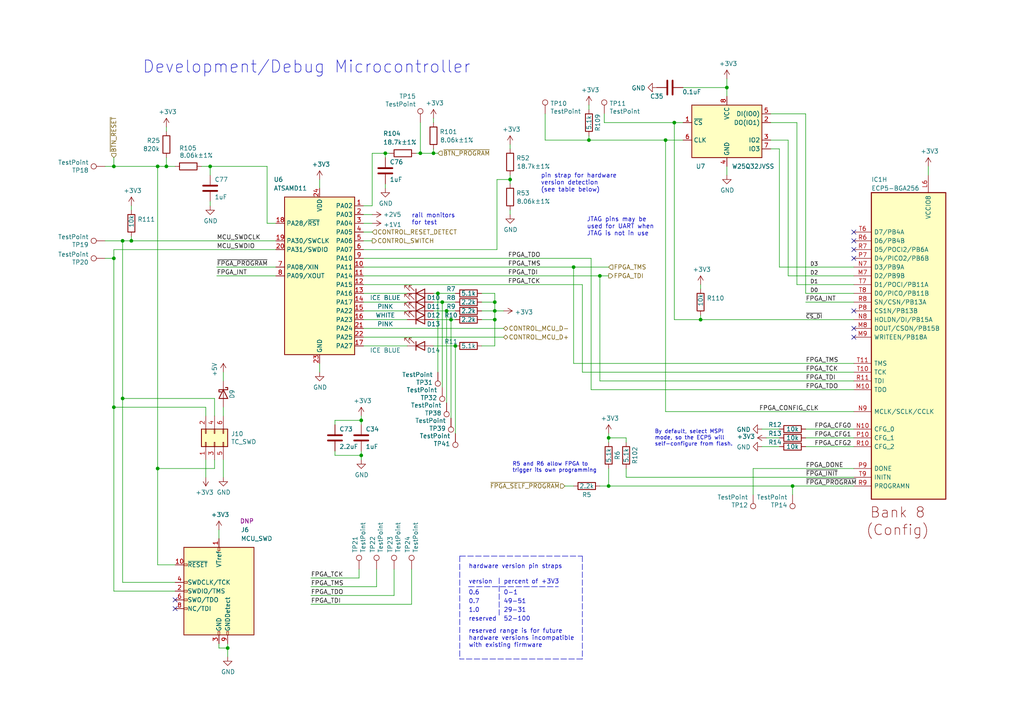
<source format=kicad_sch>
(kicad_sch (version 20211123) (generator eeschema)
  (paper "A4")
  (title_block (title "Cynthion") (date "${DATE}") (rev "${VERSION}") (company "Copyright 2019-2023 Great Scott Gadgets") (comment 1 "Licensed under the CERN-OHL-P v2"))
  (junction (at 48.26 48.26))
  (junction (at 166.37 77.47))
  (junction (at 129.54 90.17))
  (junction (at 203.2 92.71))
  (junction (at 35.56 69.85))
  (junction (at 130.81 92.71))
  (junction (at 193.04 40.64))
  (junction (at 35.56 115.57))
  (junction (at 229.87 140.97))
  (junction (at 104.775 132.08))
  (junction (at 33.02 48.26))
  (junction (at 125.73 44.45))
  (junction (at 195.58 35.56))
  (junction (at 147.955 52.07))
  (junction (at 128.27 87.63))
  (junction (at 33.02 118.11))
  (junction (at 210.82 25.4))
  (junction (at 60.96 48.26))
  (junction (at 143.51 87.63))
  (junction (at 127 85.09))
  (junction (at 111.76 44.45))
  (junction (at 143.51 90.17))
  (junction (at 38.1 69.85))
  (junction (at 176.53 140.97))
  (junction (at 132.08 100.33))
  (junction (at 173.99 80.01))
  (junction (at 170.815 40.64))
  (junction (at 104.775 121.92))
  (junction (at 143.51 92.71))
  (junction (at 33.02 74.93))
  (junction (at 176.53 127))
  (junction (at 121.92 44.45))
  (junction (at 66.04 187.96))
  (junction (at 45.72 48.26))
  (junction (at 45.72 135.89))
  (no_connect (at 247.65 90.17))
  (no_connect (at 247.65 67.31))
  (no_connect (at 247.65 74.93))
  (no_connect (at 247.65 95.25))
  (no_connect (at 247.65 69.85))
  (no_connect (at 247.65 97.79))
  (no_connect (at 50.8 173.99))
  (no_connect (at 50.8 176.53))
  (no_connect (at 247.65 72.39))
  (wire (pts (xy 247.65 140.97) (xy 229.87 140.97)))
  (wire (pts (xy 77.47 64.77) (xy 80.01 64.77)))
  (wire (pts (xy 203.2 82.55) (xy 203.2 83.82)))
  (wire (pts (xy 45.72 163.83) (xy 50.8 163.83)))
  (wire (pts (xy 105.41 87.63) (xy 118.11 87.63)))
  (wire (pts (xy 193.04 119.38) (xy 193.04 40.64)))
  (wire (pts (xy 203.2 91.44) (xy 203.2 92.71)))
  (wire (pts (xy 35.56 69.85) (xy 38.1 69.85)))
  (wire (pts (xy 233.68 124.46) (xy 247.65 124.46)))
  (wire (pts (xy 104.775 123.19) (xy 104.775 121.92)))
  (wire (pts (xy 166.37 77.47) (xy 176.53 77.47)))
  (wire (pts (xy 105.41 92.71) (xy 118.11 92.71)))
  (polyline (pts (xy 133.35 161.29) (xy 168.91 161.29)))
  (wire (pts (xy 66.04 187.96) (xy 66.04 190.5)))
  (wire (pts (xy 59.69 120.65) (xy 59.69 118.11)))
  (wire (pts (xy 125.73 44.45) (xy 125.73 43.18)))
  (wire (pts (xy 226.06 77.47) (xy 226.06 43.18)))
  (wire (pts (xy 233.68 85.09) (xy 247.65 85.09)))
  (wire (pts (xy 168.91 107.95) (xy 168.91 82.55)))
  (wire (pts (xy 97.155 121.92) (xy 97.155 123.19)))
  (polyline (pts (xy 133.35 161.29) (xy 133.35 191.135)))
  (wire (pts (xy 105.41 59.69) (xy 107.95 59.69)))
  (wire (pts (xy 210.82 48.26) (xy 210.82 50.8)))
  (wire (pts (xy 222.25 127) (xy 226.06 127)))
  (wire (pts (xy 269.24 50.8) (xy 269.24 48.26)))
  (wire (pts (xy 130.81 121.285) (xy 130.81 92.71)))
  (wire (pts (xy 173.99 80.01) (xy 176.53 80.01)))
  (wire (pts (xy 147.955 62.23) (xy 147.955 60.96)))
  (wire (pts (xy 64.77 107.95) (xy 64.77 110.49)))
  (wire (pts (xy 143.51 87.63) (xy 143.51 85.09)))
  (wire (pts (xy 121.92 44.45) (xy 125.73 44.45)))
  (wire (pts (xy 109.22 165.1) (xy 109.22 170.18)))
  (wire (pts (xy 223.52 40.64) (xy 228.6 40.64)))
  (wire (pts (xy 139.7 87.63) (xy 143.51 87.63)))
  (polyline (pts (xy 168.91 161.29) (xy 168.91 191.135)))
  (wire (pts (xy 97.155 130.81) (xy 97.155 132.08)))
  (wire (pts (xy 223.52 33.02) (xy 233.68 33.02)))
  (wire (pts (xy 247.65 135.89) (xy 218.44 135.89)))
  (wire (pts (xy 143.51 85.09) (xy 139.7 85.09)))
  (wire (pts (xy 220.98 129.54) (xy 226.06 129.54)))
  (wire (pts (xy 107.95 69.85) (xy 105.41 69.85)))
  (wire (pts (xy 193.04 40.64) (xy 198.12 40.64)))
  (wire (pts (xy 158.115 40.64) (xy 170.815 40.64)))
  (wire (pts (xy 107.95 64.77) (xy 105.41 64.77)))
  (wire (pts (xy 139.7 92.71) (xy 143.51 92.71)))
  (wire (pts (xy 129.54 116.84) (xy 129.54 90.17)))
  (wire (pts (xy 147.955 43.18) (xy 147.955 41.91)))
  (wire (pts (xy 92.71 52.07) (xy 92.71 54.61)))
  (wire (pts (xy 59.69 133.35) (xy 59.69 138.43)))
  (wire (pts (xy 247.65 119.38) (xy 193.04 119.38)))
  (wire (pts (xy 125.73 44.45) (xy 127 44.45)))
  (wire (pts (xy 210.82 22.86) (xy 210.82 25.4)))
  (wire (pts (xy 176.53 125.73) (xy 176.53 127)))
  (wire (pts (xy 195.58 92.71) (xy 195.58 35.56)))
  (wire (pts (xy 62.23 120.65) (xy 62.23 115.57)))
  (wire (pts (xy 62.865 77.47) (xy 80.01 77.47)))
  (wire (pts (xy 173.99 140.97) (xy 176.53 140.97)))
  (wire (pts (xy 171.45 74.93) (xy 171.45 113.03)))
  (wire (pts (xy 105.41 62.23) (xy 107.95 62.23)))
  (wire (pts (xy 45.72 135.89) (xy 45.72 163.83)))
  (wire (pts (xy 143.51 92.71) (xy 143.51 90.17)))
  (wire (pts (xy 45.72 48.26) (xy 45.72 135.89)))
  (wire (pts (xy 104.775 132.08) (xy 104.775 130.81)))
  (wire (pts (xy 111.76 45.72) (xy 111.76 44.45)))
  (wire (pts (xy 77.47 48.26) (xy 77.47 64.77)))
  (wire (pts (xy 66.04 186.69) (xy 66.04 187.96)))
  (wire (pts (xy 163.83 140.97) (xy 166.37 140.97)))
  (wire (pts (xy 210.82 27.94) (xy 210.82 25.4)))
  (wire (pts (xy 48.26 45.72) (xy 48.26 48.26)))
  (wire (pts (xy 173.99 110.49) (xy 247.65 110.49)))
  (wire (pts (xy 33.02 72.39) (xy 33.02 74.93)))
  (wire (pts (xy 105.41 85.09) (xy 118.11 85.09)))
  (wire (pts (xy 104.14 167.64) (xy 90.17 167.64)))
  (wire (pts (xy 144.145 72.39) (xy 105.41 72.39)))
  (wire (pts (xy 105.41 90.17) (xy 118.11 90.17)))
  (wire (pts (xy 38.1 69.85) (xy 80.01 69.85)))
  (wire (pts (xy 195.58 35.56) (xy 175.26 35.56)))
  (wire (pts (xy 59.69 118.11) (xy 33.02 118.11)))
  (polyline (pts (xy 135.89 170.18) (xy 161.925 170.18)))
  (wire (pts (xy 125.73 34.29) (xy 125.73 35.56)))
  (wire (pts (xy 173.99 80.01) (xy 105.41 80.01)))
  (polyline (pts (xy 168.91 191.135) (xy 133.35 191.135)))
  (wire (pts (xy 247.65 92.71) (xy 203.2 92.71)))
  (wire (pts (xy 105.41 82.55) (xy 168.91 82.55)))
  (wire (pts (xy 128.27 87.63) (xy 125.73 87.63)))
  (wire (pts (xy 119.38 165.1) (xy 119.38 175.26)))
  (wire (pts (xy 198.12 25.4) (xy 210.82 25.4)))
  (wire (pts (xy 132.08 125.73) (xy 132.08 100.33)))
  (wire (pts (xy 111.76 44.45) (xy 107.95 44.45)))
  (wire (pts (xy 121.92 35.56) (xy 121.92 44.45)))
  (wire (pts (xy 176.53 140.97) (xy 176.53 135.89)))
  (wire (pts (xy 63.5 153.67) (xy 63.5 156.21)))
  (wire (pts (xy 146.05 95.25) (xy 105.41 95.25)))
  (wire (pts (xy 143.51 90.17) (xy 139.7 90.17)))
  (wire (pts (xy 181.61 135.89) (xy 181.61 138.43)))
  (wire (pts (xy 107.95 44.45) (xy 107.95 59.69)))
  (wire (pts (xy 30.48 69.85) (xy 35.56 69.85)))
  (wire (pts (xy 92.71 105.41) (xy 92.71 107.95)))
  (wire (pts (xy 173.99 80.01) (xy 173.99 110.49)))
  (wire (pts (xy 30.48 48.26) (xy 33.02 48.26)))
  (wire (pts (xy 104.775 133.35) (xy 104.775 132.08)))
  (wire (pts (xy 175.26 35.56) (xy 175.26 33.02)))
  (wire (pts (xy 119.38 175.26) (xy 90.17 175.26)))
  (wire (pts (xy 220.98 124.46) (xy 226.06 124.46)))
  (wire (pts (xy 170.815 40.64) (xy 193.04 40.64)))
  (wire (pts (xy 105.41 97.79) (xy 146.05 97.79)))
  (wire (pts (xy 228.6 80.01) (xy 247.65 80.01)))
  (wire (pts (xy 147.955 52.07) (xy 147.955 50.8)))
  (wire (pts (xy 233.68 127) (xy 247.65 127)))
  (wire (pts (xy 128.27 112.395) (xy 128.27 87.63)))
  (wire (pts (xy 62.23 135.89) (xy 45.72 135.89)))
  (wire (pts (xy 64.77 120.65) (xy 64.77 118.11)))
  (wire (pts (xy 104.775 121.92) (xy 104.775 120.65)))
  (wire (pts (xy 132.08 87.63) (xy 128.27 87.63)))
  (wire (pts (xy 176.53 127) (xy 176.53 128.27)))
  (wire (pts (xy 127 85.09) (xy 132.08 85.09)))
  (wire (pts (xy 143.51 90.17) (xy 143.51 87.63)))
  (wire (pts (xy 247.65 138.43) (xy 181.61 138.43)))
  (wire (pts (xy 147.955 53.34) (xy 147.955 52.07)))
  (wire (pts (xy 181.61 127) (xy 181.61 128.27)))
  (wire (pts (xy 109.22 170.18) (xy 90.17 170.18)))
  (wire (pts (xy 247.65 77.47) (xy 226.06 77.47)))
  (wire (pts (xy 127 107.95) (xy 127 85.09)))
  (wire (pts (xy 146.05 90.17) (xy 143.51 90.17)))
  (wire (pts (xy 233.68 33.02) (xy 233.68 85.09)))
  (wire (pts (xy 231.14 35.56) (xy 223.52 35.56)))
  (wire (pts (xy 60.96 59.69) (xy 60.96 58.42)))
  (wire (pts (xy 233.68 129.54) (xy 247.65 129.54)))
  (wire (pts (xy 132.08 90.17) (xy 129.54 90.17)))
  (wire (pts (xy 170.815 39.37) (xy 170.815 40.64)))
  (wire (pts (xy 63.5 186.69) (xy 63.5 187.96)))
  (wire (pts (xy 176.53 127) (xy 181.61 127)))
  (wire (pts (xy 63.5 187.96) (xy 66.04 187.96)))
  (wire (pts (xy 58.42 48.26) (xy 60.96 48.26)))
  (wire (pts (xy 62.865 80.01) (xy 80.01 80.01)))
  (wire (pts (xy 144.145 52.07) (xy 144.145 72.39)))
  (wire (pts (xy 33.02 171.45) (xy 50.8 171.45)))
  (wire (pts (xy 247.65 82.55) (xy 231.14 82.55)))
  (wire (pts (xy 229.87 140.97) (xy 229.87 143.51)))
  (wire (pts (xy 195.58 35.56) (xy 198.12 35.56)))
  (wire (pts (xy 38.1 60.96) (xy 38.1 59.69)))
  (wire (pts (xy 125.73 92.71) (xy 130.81 92.71)))
  (wire (pts (xy 166.37 105.41) (xy 247.65 105.41)))
  (wire (pts (xy 35.56 115.57) (xy 35.56 168.91)))
  (wire (pts (xy 247.65 87.63) (xy 233.68 87.63)))
  (wire (pts (xy 38.1 69.85) (xy 38.1 68.58)))
  (wire (pts (xy 143.51 100.33) (xy 143.51 92.71)))
  (wire (pts (xy 48.26 36.83) (xy 48.26 38.1)))
  (wire (pts (xy 231.14 82.55) (xy 231.14 35.56)))
  (wire (pts (xy 105.41 74.93) (xy 171.45 74.93)))
  (wire (pts (xy 33.02 74.93) (xy 33.02 118.11)))
  (wire (pts (xy 64.77 133.35) (xy 64.77 138.43)))
  (wire (pts (xy 33.02 45.72) (xy 33.02 48.26)))
  (wire (pts (xy 107.95 67.31) (xy 105.41 67.31)))
  (wire (pts (xy 170.815 30.48) (xy 170.815 31.75)))
  (wire (pts (xy 147.955 52.07) (xy 144.145 52.07)))
  (polyline (pts (xy 144.78 167.64) (xy 144.78 178.435)))
  (wire (pts (xy 158.115 33.02) (xy 158.115 40.64)))
  (wire (pts (xy 62.23 133.35) (xy 62.23 135.89)))
  (wire (pts (xy 35.56 69.85) (xy 35.56 115.57)))
  (wire (pts (xy 114.3 165.1) (xy 114.3 172.72)))
  (wire (pts (xy 111.76 54.61) (xy 111.76 53.34)))
  (wire (pts (xy 30.48 74.93) (xy 33.02 74.93)))
  (wire (pts (xy 105.41 77.47) (xy 166.37 77.47)))
  (wire (pts (xy 166.37 77.47) (xy 166.37 105.41)))
  (wire (pts (xy 33.02 118.11) (xy 33.02 171.45)))
  (wire (pts (xy 130.81 92.71) (xy 132.08 92.71)))
  (wire (pts (xy 114.3 172.72) (xy 90.17 172.72)))
  (wire (pts (xy 228.6 40.64) (xy 228.6 80.01)))
  (wire (pts (xy 33.02 72.39) (xy 80.01 72.39)))
  (wire (pts (xy 104.14 165.1) (xy 104.14 167.64)))
  (wire (pts (xy 218.44 135.89) (xy 218.44 143.51)))
  (wire (pts (xy 125.73 100.33) (xy 132.08 100.33)))
  (wire (pts (xy 125.73 85.09) (xy 127 85.09)))
  (wire (pts (xy 203.2 92.71) (xy 195.58 92.71)))
  (wire (pts (xy 139.7 100.33) (xy 143.51 100.33)))
  (wire (pts (xy 45.72 48.26) (xy 48.26 48.26)))
  (wire (pts (xy 129.54 90.17) (xy 125.73 90.17)))
  (wire (pts (xy 226.06 43.18) (xy 223.52 43.18)))
  (wire (pts (xy 104.775 121.92) (xy 97.155 121.92)))
  (wire (pts (xy 62.23 115.57) (xy 35.56 115.57)))
  (wire (pts (xy 33.02 48.26) (xy 45.72 48.26)))
  (wire (pts (xy 60.96 50.8) (xy 60.96 48.26)))
  (wire (pts (xy 120.65 44.45) (xy 121.92 44.45)))
  (wire (pts (xy 97.155 132.08) (xy 104.775 132.08)))
  (wire (pts (xy 60.96 48.26) (xy 77.47 48.26)))
  (wire (pts (xy 229.87 140.97) (xy 176.53 140.97)))
  (wire (pts (xy 168.91 107.95) (xy 247.65 107.95)))
  (wire (pts (xy 113.03 44.45) (xy 111.76 44.45)))
  (wire (pts (xy 35.56 168.91) (xy 50.8 168.91)))
  (wire (pts (xy 171.45 113.03) (xy 247.65 113.03)))
  (wire (pts (xy 50.8 48.26) (xy 48.26 48.26)))
  (wire (pts (xy 105.41 100.33) (xy 118.11 100.33)))
  (text "Development/Debug Microcontroller" (at 41.275 21.59 0) (effects (font (size 3.5052 3.5052)) (justify left bottom)))
  (text "reserved" (at 135.89 180.34 0) (effects (font (size 1.27 1.27)) (justify left bottom)))
  (text "By default, select MSPI \nmode, so the ECP5 will \nself-configure from flash." (at 189.865 129.54 0) (effects (font (size 1.1176 1.1176)) (justify left bottom)))
  (text "52-100" (at 146.05 180.34 0) (effects (font (size 1.27 1.27)) (justify left bottom)))
  (text "version" (at 135.89 169.545 0) (effects (font (size 1.27 1.27)) (justify left bottom)))
  (text "percent of +3V3" (at 146.05 169.545 0) (effects (font (size 1.27 1.27)) (justify left bottom)))
  (text "1.0" (at 135.89 177.8 0) (effects (font (size 1.27 1.27)) (justify left bottom)))
  (text "JTAG pins may be\nused for UART when\nJTAG is not in use" (at 170.18 68.58 0) (effects (font (size 1.27 1.27)) (justify left bottom)))
  (text "0.6" (at 135.89 172.72 0) (effects (font (size 1.27 1.27)) (justify left bottom)))
  (text "0-1" (at 146.05 172.72 0) (effects (font (size 1.27 1.27)) (justify left bottom)))
  (text "29-31" (at 146.05 177.8 0) (effects (font (size 1.27 1.27)) (justify left bottom)))
  (text "rail monitors\nfor test" (at 119.38 65.405 0) (effects (font (size 1.27 1.27)) (justify left bottom)))
  (text "pin strap for hardware\nversion detection\n(see table below)" (at 156.845 55.88 0) (effects (font (size 1.27 1.27)) (justify left bottom)))
  (text "49-51" (at 146.05 175.26 0) (effects (font (size 1.27 1.27)) (justify left bottom)))
  (text "0.7" (at 135.89 175.26 0) (effects (font (size 1.27 1.27)) (justify left bottom)))
  (text "R5 and R6 allow FPGA to\ntrigger its own programming" (at 148.59 137.16 0) (effects (font (size 1.1176 1.1176)) (justify left bottom)))
  (text "reserved range is for future\nhardware versions incompatible\nwith existing firmware" (at 135.89 187.96 0) (effects (font (size 1.27 1.27)) (justify left bottom)))
  (text "hardware version pin straps" (at 135.89 165.1 0) (effects (font (size 1.27 1.27)) (justify left bottom)))
  (label "FPGA_TMS" (at 233.68 105.41 0))
  (label "D1" (at 234.95 82.55 0) (effects (font (size 1.1176 1.1176))))
  (label "~{FPGA_INIT}" (at 233.68 138.43 0))
  (label "FPGA_TMS" (at 147.32 77.47 0))
  (label "D0" (at 234.95 85.09 0) (effects (font (size 1.1176 1.1176))))
  (label "D3" (at 234.95 77.47 0) (effects (font (size 1.1176 1.1176))))
  (label "FPGA_TDI" (at 90.17 175.26 0))
  (label "FPGA_TDI" (at 147.32 80.01 0))
  (label "FPGA_TDO" (at 147.32 74.93 0))
  (label "MCU_SWDCLK" (at 62.865 69.85 0))
  (label "FPGA_INT" (at 233.68 87.63 0))
  (label "D2" (at 234.95 80.01 0) (effects (font (size 1.1176 1.1176))))
  (label "FPGA_DONE" (at 233.68 135.89 0))
  (label "FPGA_TDO" (at 233.68 113.03 0))
  (label "MCU_SWDIO" (at 62.865 72.39 0))
  (label "~{FPGA_PROGRAM}" (at 233.68 140.97 0))
  (label "FPGA_TDO" (at 90.17 172.72 0))
  (label "FPGA_CFG1" (at 236.22 127 0))
  (label "FPGA_TMS" (at 90.17 170.18 0))
  (label "FPGA_TDI" (at 233.68 110.49 0))
  (label "FPGA_TCK" (at 90.17 167.64 0))
  (label "FPGA_CONFIG_CLK" (at 237.49 119.38 180))
  (label "FPGA_TCK" (at 233.68 107.95 0))
  (label "FPGA_INT" (at 62.865 80.01 0))
  (label "~{FPGA_PROGRAM}" (at 62.865 77.47 0))
  (label "FPGA_CFG0" (at 236.22 124.46 0))
  (label "~{CS_DI}" (at 233.68 92.71 0) (effects (font (size 1.1176 1.1176))))
  (label "FPGA_CFG2" (at 236.22 129.54 0))
  (label "FPGA_TCK" (at 147.32 82.55 0))
  (hierarchical_label "~{BTN_PROGRAM}" (shape input) (at 127 44.45 0))
  (hierarchical_label "~{BTN_RESET}" (shape input) (at 33.02 45.72 90))
  (hierarchical_label "CONTROL_MCU_D+" (shape bidirectional) (at 146.05 97.79 0))
  (hierarchical_label "~{FPGA_SELF_PROGRAM}" (shape input) (at 163.83 140.97 180))
  (hierarchical_label "FPGA_TMS" (shape input) (at 176.53 77.47 0))
  (hierarchical_label "CONTROL_MCU_D-" (shape bidirectional) (at 146.05 95.25 0))
  (hierarchical_label "FPGA_TDI" (shape output) (at 176.53 80.01 0))
  (hierarchical_label "CONTROL_SWITCH" (shape output) (at 107.95 69.85 0))
  (hierarchical_label "CONTROL_RESET_DETECT" (shape input) (at 107.95 67.31 0))
  (symbol (lib_id "Connector:Conn_ARM_JTAG_SWD_10") (at 63.5 171.45 0) (mirror y) (unit 1)
    (property "Reference" "J6" (at 69.85 153.67 0) (effects (justify right)))
    (property "Value" "MCU_SWD" (at 69.85 156.21 0) (effects (justify right)))
    (property "Footprint" "luna:SWD_CONNECTOR_LARGE_BOX" (effects hide))
    (property "Datasheet" "http://infocenter.arm.com/help/topic/com.arm.doc.ddi0314h/DDI0314H_coresight_components_trm.pdf" (effects hide))
    (property "Description" "CONN HEADER VERT 10POS 1.27MM" (effects hide))
    (property "Manufacturer" "Samtec" (effects hide))
    (property "Part Number" "FTSH-105-01-F-D-K" (effects hide))
    (property "DNP" "DNP" (at 73.66 151.13 0) (effects (justify left)))
  )
  (symbol (lib_id "power:GND") (at 66.04 190.5 0) (unit 1)
    (property "Reference" "#PWR049" (effects hide))
    (property "Value" "GND" (at 66.1416 194.8688 0))
  )
  (symbol (lib_id "power:+3V3") (at 63.5 153.67 0) (unit 1)
    (property "Reference" "#PWR048" (effects hide))
    (property "Value" "+3V3" (at 63.8556 149.2758 0))
  )
  (symbol (lib_id "Device:LED") (at 121.92 85.09 0) (mirror x) (unit 1)
    (property "Reference" "D10" (at 125.73 86.36 0))
    (property "Value" "ICE BLUE" (at 111.76 86.36 0))
    (property "Footprint" "LED_SMD:LED_0603_1608Metric" (effects hide))
    (property "Part Number" "MHT192WDT-ICE" (effects hide))
    (property "Manufacturer" "MEIHUA" (effects hide))
    (property "Description" "LED SMD 0603 ICE BLUE" (effects hide))
  )
  (symbol (lib_id "Device:LED") (at 121.92 87.63 0) (mirror x) (unit 1)
    (property "Reference" "D11" (at 125.73 88.9 0))
    (property "Value" "PINK" (at 111.76 88.9 0))
    (property "Footprint" "LED_SMD:LED_0603_1608Metric" (effects hide))
    (property "Part Number" "OSK40603C1E" (effects hide))
    (property "Manufacturer" "OptoSupply" (effects hide))
    (property "Description" "LED SMD 0603 PINK" (effects hide))
  )
  (symbol (lib_id "Device:LED") (at 121.92 90.17 0) (mirror x) (unit 1)
    (property "Reference" "D12" (at 125.73 91.44 0))
    (property "Value" "WHITE" (at 111.76 91.44 0))
    (property "Footprint" "LED_SMD:LED_0603_1608Metric" (effects hide))
    (property "Part Number" "ORH-W46G" (effects hide))
    (property "Manufacturer" "Orient" (effects hide))
    (property "Description" "LED SMD 0603 WHITE" (effects hide))
  )
  (symbol (lib_id "Device:LED") (at 121.92 92.71 0) (mirror x) (unit 1)
    (property "Reference" "D13" (at 125.73 93.98 0))
    (property "Value" "PINK" (at 111.76 93.98 0))
    (property "Footprint" "LED_SMD:LED_0603_1608Metric" (effects hide))
    (property "Part Number" "OSK40603C1E" (effects hide))
    (property "Manufacturer" "OptoSupply" (effects hide))
    (property "Description" "LED SMD 0603 PINK" (effects hide))
  )
  (symbol (lib_id "Device:LED") (at 121.92 100.33 0) (mirror x) (unit 1)
    (property "Reference" "D14" (at 125.73 101.6 0))
    (property "Value" "ICE BLUE" (at 111.76 101.6 0))
    (property "Footprint" "LED_SMD:LED_0603_1608Metric" (effects hide))
    (property "Part Number" "MHT192WDT-ICE" (effects hide))
    (property "Manufacturer" "MEIHUA" (effects hide))
    (property "Description" "LED SMD 0603 ICE BLUE" (effects hide))
  )
  (symbol (lib_id "power:+3V3") (at 146.05 90.17 270) (unit 1)
    (property "Reference" "#PWR047" (effects hide))
    (property "Value" "+3V3" (at 149.3012 90.5256 90) (effects (justify left)))
  )
  (symbol (lib_id "power:+1V1") (at 107.95 64.77 270) (unit 1)
    (property "Reference" "#PWR040" (effects hide))
    (property "Value" "+1V1" (at 111.2012 65.151 90) (effects (justify left)))
  )
  (symbol (lib_id "power:+2V5") (at 107.95 62.23 270) (unit 1)
    (property "Reference" "#PWR046" (effects hide))
    (property "Value" "+2V5" (at 111.125 62.23 90) (effects (justify left)))
  )
  (symbol (lib_id "fpgas_and_processors:ECP5-BGA256") (at 274.32 55.88 0) (mirror y) (unit 8)
    (property "Reference" "IC1" (at 252.73 52.07 0) (effects (justify right)))
    (property "Value" "ECP5-BGA256" (at 252.73 54.61 0) (effects (justify right)))
    (property "Footprint" "luna:lattice_cabga256" (effects hide))
    (property "Description" "FPGA - Field Programmable Gate Array ECP5; 12k LUTs; 1.1V" (effects hide))
    (property "Manufacturer" "Lattice" (effects hide))
    (property "Part Number" "LFE5U-12F-6BG256C" (effects hide))
    (property "Substitution" "LFE5U-12F-*BG256*, LFE5U-25F-*BG256*" (effects hide))
  )
  (symbol (lib_id "power:+3V3") (at 269.24 48.26 0) (unit 1)
    (property "Reference" "#PWR056" (effects hide))
    (property "Value" "+3V3" (at 269.621 43.8658 0))
  )
  (symbol (lib_id "Device:C") (at 104.775 127 0) (unit 1)
    (property "Reference" "C34" (at 106.045 124.46 0) (effects (justify left)))
    (property "Value" "1uF" (at 106.045 129.54 0) (effects (justify left)))
    (property "Footprint" "Capacitor_SMD:C_0402_1005Metric" (effects hide))
    (property "Part Number" "CL05A105MQ5NNNC" (effects hide))
    (property "Substitution" "CL05A105KQ5NNNC, CL05A105KP5NNNC, CL05A105KO5NNNC" (effects hide))
    (property "Description" "CAP CER 1UF 6.3V X5R 0402 20%" (effects hide))
    (property "Manufacturer" "Samsung" (effects hide))
  )
  (symbol (lib_id "power:GND") (at 104.775 133.35 0) (unit 1)
    (property "Reference" "#PWR041" (effects hide))
    (property "Value" "GND" (at 104.902 137.7442 0))
  )
  (symbol (lib_id "power:+3V3") (at 104.775 120.65 0) (unit 1)
    (property "Reference" "#PWR045" (effects hide))
    (property "Value" "+3V3" (at 105.156 116.2558 0))
  )
  (symbol (lib_id "power:GND") (at 92.71 107.95 0) (unit 1)
    (property "Reference" "#PWR044" (effects hide))
    (property "Value" "GND" (at 92.837 112.3442 0))
  )
  (symbol (lib_id "Memory_Flash:W25Q32JVSS") (at 210.82 38.1 0) (unit 1)
    (property "Reference" "U7" (at 203.2 48.26 0))
    (property "Value" "W25Q32JVSS" (at 218.44 48.26 0))
    (property "Footprint" "Package_SO:SOIC-8_5.23x5.23mm_P1.27mm" (effects hide))
    (property "Datasheet" "http://www.winbond.com/resource-files/w25q32jv%20revg%2003272018%20plus.pdf" (effects hide))
    (property "Description" "IC FLASH 32M SPI 133MHZ 8SOIC" (effects hide))
    (property "Manufacturer" "Winbond" (effects hide))
    (property "Part Number" "W25Q32JVSSIQ" (effects hide))
  )
  (symbol (lib_id "power:+3V3") (at 210.82 22.86 0) (unit 1)
    (property "Reference" "#PWR051" (effects hide))
    (property "Value" "+3V3" (at 211.201 18.4658 0))
  )
  (symbol (lib_id "power:GND") (at 210.82 50.8 0) (unit 1)
    (property "Reference" "#PWR052" (effects hide))
    (property "Value" "GND" (at 210.947 55.1942 0))
  )
  (symbol (lib_id "Device:C") (at 194.31 25.4 270) (unit 1)
    (property "Reference" "C35" (at 190.5 27.94 90))
    (property "Value" "0.1uF" (at 200.66 26.67 90))
    (property "Footprint" "Capacitor_SMD:C_0402_1005Metric" (effects hide))
    (property "Part Number" "CL05A104KA5NNNC" (effects hide))
    (property "Substitution" "any equivalent" (effects hide))
    (property "Description" "CAP CER 0.1UF 25V X5R 0402" (effects hide))
    (property "Manufacturer" "Samsung" (effects hide))
  )
  (symbol (lib_id "power:GND") (at 190.5 25.4 270) (unit 1)
    (property "Reference" "#PWR050" (effects hide))
    (property "Value" "GND" (at 187.2488 25.527 90) (effects (justify right)))
  )
  (symbol (lib_id "Device:R") (at 229.87 124.46 270) (unit 1)
    (property "Reference" "R12" (at 224.79 123.19 90))
    (property "Value" "10k" (at 229.87 124.46 90))
    (property "Footprint" "Resistor_SMD:R_0402_1005Metric" (effects hide))
    (property "Part Number" "RC0402JR-0710KL" (effects hide))
    (property "Substitution" "any equivalent" (effects hide))
    (property "Description" "RES 10K OHM 5% 1/16W 0402" (effects hide))
    (property "Manufacturer" "Yageo" (effects hide))
  )
  (symbol (lib_id "Device:R") (at 229.87 127 270) (unit 1)
    (property "Reference" "R13" (at 224.79 125.73 90))
    (property "Value" "10k" (at 229.87 127 90))
    (property "Footprint" "Resistor_SMD:R_0402_1005Metric" (effects hide))
    (property "Part Number" "RC0402JR-0710KL" (effects hide))
    (property "Substitution" "any equivalent" (effects hide))
    (property "Description" "RES 10K OHM 5% 1/16W 0402" (effects hide))
    (property "Manufacturer" "Yageo" (effects hide))
  )
  (symbol (lib_id "Device:R") (at 229.87 129.54 270) (unit 1)
    (property "Reference" "R14" (at 224.79 128.27 90))
    (property "Value" "10k" (at 229.87 129.54 90))
    (property "Footprint" "Resistor_SMD:R_0402_1005Metric" (effects hide))
    (property "Part Number" "RC0402JR-0710KL" (effects hide))
    (property "Substitution" "any equivalent" (effects hide))
    (property "Description" "RES 10K OHM 5% 1/16W 0402" (effects hide))
    (property "Manufacturer" "Yageo" (effects hide))
  )
  (symbol (lib_id "power:+3V3") (at 222.25 127 90) (unit 1)
    (property "Reference" "#PWR055" (effects hide))
    (property "Value" "+3V3" (at 218.9988 126.619 90) (effects (justify left)))
  )
  (symbol (lib_id "power:GND") (at 220.98 124.46 270) (unit 1)
    (property "Reference" "#PWR053" (effects hide))
    (property "Value" "GND" (at 217.7288 124.587 90) (effects (justify right)))
  )
  (symbol (lib_id "power:GND") (at 220.98 129.54 270) (unit 1)
    (property "Reference" "#PWR054" (effects hide))
    (property "Value" "GND" (at 217.7288 129.667 90) (effects (justify right)))
  )
  (symbol (lib_id "Device:R") (at 48.26 41.91 0) (mirror y) (unit 1)
    (property "Reference" "R25" (at 46.482 40.767 0) (effects (justify left)))
    (property "Value" "820k" (at 46.355 43.18 0) (effects (justify left)))
    (property "Footprint" "Resistor_SMD:R_0402_1005Metric" (effects hide))
    (property "Part Number" "RC0402JR-07820KL" (effects hide))
    (property "Substitution" "any equivalent" (effects hide))
    (property "Description" "RES 820K OHM 5% 1/16W 0402" (effects hide))
    (property "Manufacturer" "Yageo" (effects hide))
  )
  (symbol (lib_id "power:+3V3") (at 48.26 36.83 0) (unit 1)
    (property "Reference" "#PWR0103" (effects hide))
    (property "Value" "+3V3" (at 48.6156 32.4358 0))
  )
  (symbol (lib_id "MCU_Microchip_SAMD:ATSAMD11D14A-M") (at 92.71 80.01 0) (unit 1)
    (property "Reference" "U6" (at 79.375 52.07 0) (effects (justify left)))
    (property "Value" "ATSAMD11" (at 79.375 54.61 0) (effects (justify left)))
    (property "Footprint" "Package_DFN_QFN:QFN-24-1EP_4x4mm_P0.5mm_EP2.6x2.6mm" (effects hide))
    (property "Datasheet" "http://ww1.microchip.com/downloads/en/DeviceDoc/Atmel-42363-SAM-D11_Datasheet.pdf" (effects hide))
    (property "Description" "IC MCU 32BIT 16KB FLASH 24QFN" (effects hide))
    (property "Manufacturer" "Microchip" (effects hide))
    (property "Part Number" "ATSAMD11D14A-MUT" (effects hide))
    (property "Substitution" "ATSAMD11D14A-MNT" (effects hide))
  )
  (symbol (lib_id "power:+3V3") (at 92.71 52.07 0) (unit 1)
    (property "Reference" "#PWR0112" (effects hide))
    (property "Value" "+3V3" (at 93.091 47.6758 0))
  )
  (symbol (lib_id "power:+3V3") (at 176.53 125.73 0) (unit 1)
    (property "Reference" "#PWR02" (effects hide))
    (property "Value" "+3V3" (at 176.8856 121.3358 0))
  )
  (symbol (lib_id "Device:R") (at 176.53 132.08 0) (unit 1)
    (property "Reference" "R6" (at 179.07 132.08 90))
    (property "Value" "5.1k" (at 176.53 132.08 90))
    (property "Footprint" "Resistor_SMD:R_0402_1005Metric" (effects hide))
    (property "Part Number" "RC0402JR-075K1L" (effects hide))
    (property "Substitution" "any equivalent" (effects hide))
    (property "Description" "RES 5.1K OHM 5% 1/16W 0402" (effects hide))
    (property "Manufacturer" "Yageo" (effects hide))
  )
  (symbol (lib_id "Device:R") (at 170.18 140.97 270) (unit 1)
    (property "Reference" "R5" (at 170.18 143.51 90))
    (property "Value" "2.2k" (at 170.18 140.97 90))
    (property "Footprint" "Resistor_SMD:R_0402_1005Metric" (effects hide))
    (property "Part Number" "RC0402JR-072K2L" (effects hide))
    (property "Substitution" "any equivalent" (effects hide))
    (property "Description" "RES 2.2K OHM 5% 1/16W 0402" (effects hide))
    (property "Manufacturer" "Yageo" (effects hide))
  )
  (symbol (lib_id "Device:R") (at 135.89 87.63 270) (unit 1)
    (property "Reference" "R8" (at 130.81 86.36 90))
    (property "Value" "2.2k" (at 135.89 87.63 90))
    (property "Footprint" "Resistor_SMD:R_0402_1005Metric" (effects hide))
    (property "Part Number" "RC0402JR-072K2L" (effects hide))
    (property "Substitution" "any equivalent" (effects hide))
    (property "Description" "RES 2.2K OHM 5% 1/16W 0402" (effects hide))
    (property "Manufacturer" "Yageo" (effects hide))
  )
  (symbol (lib_id "Device:R") (at 135.89 90.17 270) (unit 1)
    (property "Reference" "R9" (at 130.81 88.9 90))
    (property "Value" "2.2k" (at 135.89 90.17 90))
    (property "Footprint" "Resistor_SMD:R_0402_1005Metric" (effects hide))
    (property "Part Number" "RC0402JR-072K2L" (effects hide))
    (property "Substitution" "any equivalent" (effects hide))
    (property "Description" "RES 2.2K OHM 5% 1/16W 0402" (effects hide))
    (property "Manufacturer" "Yageo" (effects hide))
  )
  (symbol (lib_id "Device:R") (at 135.89 92.71 270) (unit 1)
    (property "Reference" "R10" (at 130.81 91.44 90))
    (property "Value" "2.2k" (at 135.89 92.71 90))
    (property "Footprint" "Resistor_SMD:R_0402_1005Metric" (effects hide))
    (property "Part Number" "RC0402JR-072K2L" (effects hide))
    (property "Substitution" "any equivalent" (effects hide))
    (property "Description" "RES 2.2K OHM 5% 1/16W 0402" (effects hide))
    (property "Manufacturer" "Yageo" (effects hide))
  )
  (symbol (lib_id "Device:R") (at 135.89 85.09 270) (mirror x) (unit 1)
    (property "Reference" "R7" (at 130.81 83.82 90))
    (property "Value" "5.1k" (at 135.89 85.09 90))
    (property "Footprint" "Resistor_SMD:R_0402_1005Metric" (effects hide))
    (property "Part Number" "RC0402JR-075K1L" (effects hide))
    (property "Substitution" "any equivalent" (effects hide))
    (property "Description" "RES 5.1K OHM 5% 1/16W 0402" (effects hide))
    (property "Manufacturer" "Yageo" (effects hide))
  )
  (symbol (lib_id "Connector:TestPoint") (at 175.26 33.02 0) (unit 1) (in_bom no)
    (property "Reference" "TP11" (at 176.7332 30.0228 0) (effects (justify left)))
    (property "Value" "TestPoint" (at 176.7332 32.3088 0) (effects (justify left)))
    (property "Footprint" "TestPoint:TestPoint_Pad_D1.0mm" (effects hide))
  )
  (symbol (lib_id "Connector:TestPoint") (at 158.115 33.02 0) (unit 1) (in_bom no)
    (property "Reference" "TP10" (at 159.5882 30.0228 0) (effects (justify left)))
    (property "Value" "TestPoint" (at 159.5882 32.3088 0) (effects (justify left)))
    (property "Footprint" "TestPoint:TestPoint_Pad_D1.0mm" (effects hide))
  )
  (symbol (lib_id "Device:R") (at 135.89 100.33 270) (mirror x) (unit 1)
    (property "Reference" "R11" (at 130.81 99.06 90))
    (property "Value" "5.1k" (at 135.89 100.33 90))
    (property "Footprint" "Resistor_SMD:R_0402_1005Metric" (effects hide))
    (property "Part Number" "RC0402JR-075K1L" (effects hide))
    (property "Substitution" "any equivalent" (effects hide))
    (property "Description" "RES 5.1K OHM 5% 1/16W 0402" (effects hide))
    (property "Manufacturer" "Yageo" (effects hide))
  )
  (symbol (lib_id "Connector:TestPoint") (at 229.87 143.51 180) (unit 1) (in_bom no)
    (property "Reference" "TP14" (at 228.3968 146.5072 0) (effects (justify left)))
    (property "Value" "TestPoint" (at 228.3968 144.2212 0) (effects (justify left)))
    (property "Footprint" "TestPoint:TestPoint_Pad_D1.0mm" (effects hide))
  )
  (symbol (lib_id "Connector:TestPoint") (at 218.44 143.51 180) (unit 1) (in_bom no)
    (property "Reference" "TP12" (at 216.9668 146.5072 0) (effects (justify left)))
    (property "Value" "TestPoint" (at 216.9668 144.2212 0) (effects (justify left)))
    (property "Footprint" "TestPoint:TestPoint_Pad_D1.0mm" (effects hide))
  )
  (symbol (lib_id "Connector_Generic:Conn_02x03_Odd_Even") (at 62.23 128.27 90) (unit 1) (in_bom no)
    (property "Reference" "J10" (at 67.0052 125.8316 90) (effects (justify right)))
    (property "Value" "TC_SWD" (at 67.0052 128.143 90) (effects (justify right)))
    (property "Footprint" "Connector:Tag-Connect_TC2030-IDC-FP_2x03_P1.27mm_Vertical" (effects hide))
    (property "Manufacturer" "Tag-Connect" (effects hide))
    (property "Part Number" "TC2030-IDC" (effects hide))
    (property "Substitution" "TC2030-CTX" (effects hide))
    (property "Description" "CABLE ADAPTER 6 POS" (effects hide))
  )
  (symbol (lib_id "power:+3V3") (at 59.69 138.43 180) (unit 1)
    (property "Reference" "#PWR0133" (effects hide))
    (property "Value" "+3V3" (at 59.3344 142.8242 0))
  )
  (symbol (lib_id "power:GND") (at 64.77 138.43 0) (unit 1)
    (property "Reference" "#PWR0131" (effects hide))
    (property "Value" "GND" (at 64.8716 142.7988 0))
  )
  (symbol (lib_id "power:+5V") (at 64.77 107.95 0) (unit 1)
    (property "Reference" "#PWR0136" (effects hide))
    (property "Value" "+5V" (at 62.23 109.22 90) (effects (justify left)))
  )
  (symbol (lib_id "Device:D_Schottky") (at 64.77 114.3 270) (unit 1)
    (property "Reference" "D9" (at 67.31 114.3 0))
    (property "Value" "SCHOTTKY" (effects hide))
    (property "Footprint" "luna:DSN1006-2" (effects hide))
    (property "Manufacturer" "Nexperia" (effects hide))
    (property "Part Number" "PMEG4010ESBYL" (effects hide))
    (property "Description" "DIODE SCHOTTKY 40V 1A DSN1006-2" (effects hide))
    (property "Substitution" "Diodes Inc. BAT54LP-7, Micro Commercial SM5819L2-TP" (effects hide))
  )
  (symbol (lib_id "Connector:TestPoint") (at 30.48 74.93 90) (unit 1) (in_bom no)
    (property "Reference" "TP20" (at 25.7302 76.073 90) (effects (justify left)))
    (property "Value" "TestPoint" (at 25.7302 73.787 90) (effects (justify left)))
    (property "Footprint" "TestPoint:TestPoint_Pad_D1.0mm" (effects hide))
  )
  (symbol (lib_id "Connector:TestPoint") (at 30.48 69.85 90) (unit 1) (in_bom no)
    (property "Reference" "TP19" (at 25.7302 70.993 90) (effects (justify left)))
    (property "Value" "TestPoint" (at 25.7302 68.707 90) (effects (justify left)))
    (property "Footprint" "TestPoint:TestPoint_Pad_D1.0mm" (effects hide))
  )
  (symbol (lib_id "Connector:TestPoint") (at 30.48 48.26 90) (unit 1) (in_bom no)
    (property "Reference" "TP18" (at 25.7302 49.403 90) (effects (justify left)))
    (property "Value" "TestPoint" (at 25.7302 47.117 90) (effects (justify left)))
    (property "Footprint" "TestPoint:TestPoint_Pad_D1.0mm" (effects hide))
  )
  (symbol (lib_id "Connector:TestPoint") (at 104.14 165.1 0) (unit 1) (in_bom no)
    (property "Reference" "TP21" (at 102.997 160.3502 90) (effects (justify left)))
    (property "Value" "TestPoint" (at 105.283 160.3502 90) (effects (justify left)))
    (property "Footprint" "TestPoint:TestPoint_Pad_D1.0mm" (effects hide))
  )
  (symbol (lib_id "Connector:TestPoint") (at 109.22 165.1 0) (unit 1) (in_bom no)
    (property "Reference" "TP22" (at 108.077 160.3502 90) (effects (justify left)))
    (property "Value" "TestPoint" (at 110.363 160.3502 90) (effects (justify left)))
    (property "Footprint" "TestPoint:TestPoint_Pad_D1.0mm" (effects hide))
  )
  (symbol (lib_id "Connector:TestPoint") (at 114.3 165.1 0) (unit 1) (in_bom no)
    (property "Reference" "TP23" (at 113.157 160.3502 90) (effects (justify left)))
    (property "Value" "TestPoint" (at 115.443 160.3502 90) (effects (justify left)))
    (property "Footprint" "TestPoint:TestPoint_Pad_D1.0mm" (effects hide))
  )
  (symbol (lib_id "Connector:TestPoint") (at 119.38 165.1 0) (unit 1) (in_bom no)
    (property "Reference" "TP24" (at 118.237 160.3502 90) (effects (justify left)))
    (property "Value" "TestPoint" (at 120.523 160.3502 90) (effects (justify left)))
    (property "Footprint" "TestPoint:TestPoint_Pad_D1.0mm" (effects hide))
  )
  (symbol (lib_id "Device:R") (at 38.1 64.77 0) (unit 1)
    (property "Reference" "R111" (at 39.878 63.627 0) (effects (justify left)))
    (property "Value" "10k" (at 38.1 66.04 90) (effects (justify left)))
    (property "Footprint" "Resistor_SMD:R_0402_1005Metric" (effects hide))
    (property "Part Number" "RC0402JR-0710KL" (effects hide))
    (property "Substitution" "any equivalent" (effects hide))
    (property "Description" "RES 10K OHM 5% 1/16W 0402" (effects hide))
    (property "Manufacturer" "Yageo" (effects hide))
  )
  (symbol (lib_id "power:+3V3") (at 147.955 41.91 0) (unit 1)
    (property "Reference" "#PWR0138" (effects hide))
    (property "Value" "+3V3" (at 148.336 37.5158 0))
  )
  (symbol (lib_id "power:GND") (at 147.955 62.23 0) (unit 1)
    (property "Reference" "#PWR0139" (effects hide))
    (property "Value" "GND" (at 148.082 66.6242 0))
  )
  (symbol (lib_id "Connector:TestPoint") (at 121.92 35.56 0) (mirror y) (unit 1) (in_bom no)
    (property "Reference" "TP15" (at 120.65 27.94 0) (effects (justify left)))
    (property "Value" "TestPoint" (at 120.65 30.226 0) (effects (justify left)))
    (property "Footprint" "TestPoint:TestPoint_Pad_D1.0mm" (effects hide))
  )
  (symbol (lib_id "Device:R") (at 116.84 44.45 90) (unit 1)
    (property "Reference" "R104" (at 111.125 38.7319 90) (effects (justify right)))
    (property "Value" "18.7k±1%" (at 111.125 41.275 90) (effects (justify right)))
    (property "Footprint" "Resistor_SMD:R_0402_1005Metric" (effects hide))
    (property "Description" "RES SMD 18.7K OHM 1% 1/10W 0402" (effects hide))
    (property "Manufacturer" "Panasonic" (effects hide))
    (property "Part Number" "ERJ-2RKF1872X" (effects hide))
    (property "Substitution" "any equivalent" (effects hide))
  )
  (symbol (lib_id "power:+3V3") (at 170.815 30.48 0) (unit 1)
    (property "Reference" "#PWR065" (effects hide))
    (property "Value" "+3V3" (at 171.196 26.0858 0))
  )
  (symbol (lib_id "Device:R") (at 170.815 35.56 0) (unit 1)
    (property "Reference" "R109" (at 173.355 35.56 90))
    (property "Value" "5.1k" (at 170.815 35.56 90))
    (property "Footprint" "Resistor_SMD:R_0402_1005Metric" (effects hide))
    (property "Part Number" "RC0402JR-075K1L" (effects hide))
    (property "Substitution" "any equivalent" (effects hide))
    (property "Description" "RES 5.1K OHM 5% 1/16W 0402" (effects hide))
    (property "Manufacturer" "Yageo" (effects hide))
  )
  (symbol (lib_id "Connector:TestPoint") (at 130.81 121.285 180) (unit 1) (in_bom no)
    (property "Reference" "TP39" (at 129.3368 124.2822 0) (effects (justify left)))
    (property "Value" "TestPoint" (at 129.3368 121.9962 0) (effects (justify left)))
    (property "Footprint" "TestPoint:TestPoint_Pad_D1.0mm" (effects hide))
  )
  (symbol (lib_id "Device:R") (at 147.955 57.15 0) (unit 1)
    (property "Reference" "R53" (at 149.733 56.007 0) (effects (justify left)))
    (property "Value" "8.06k±1%" (at 149.86 58.42 0) (effects (justify left)))
    (property "Footprint" "Resistor_SMD:R_0402_1005Metric" (effects hide))
    (property "Part Number" "ERJ-2RKF8061X" (effects hide))
    (property "Substitution" "any equivalent" (effects hide))
    (property "Description" "RES SMD 8.06K OHM 1% 1/10W 0402" (effects hide))
    (property "Manufacturer" "Panasonic" (effects hide))
  )
  (symbol (lib_id "Connector:TestPoint") (at 127 107.95 180) (unit 1) (in_bom no)
    (property "Reference" "TP31" (at 125.5268 110.9472 0) (effects (justify left)))
    (property "Value" "TestPoint" (at 125.5268 108.6612 0) (effects (justify left)))
    (property "Footprint" "TestPoint:TestPoint_Pad_D1.0mm" (effects hide))
  )
  (symbol (lib_id "Device:C") (at 60.96 54.61 0) (unit 1)
    (property "Reference" "C77" (at 62.23 52.07 0) (effects (justify left)))
    (property "Value" "1uF" (at 62.23 57.15 0) (effects (justify left)))
    (property "Footprint" "Capacitor_SMD:C_0402_1005Metric" (effects hide))
    (property "Part Number" "CL05A105MQ5NNNC" (effects hide))
    (property "Substitution" "CL05A105KQ5NNNC, CL05A105KP5NNNC, CL05A105KO5NNNC" (effects hide))
    (property "Description" "CAP CER 1UF 6.3V X5R 0402 20%" (effects hide))
    (property "Manufacturer" "Samsung" (effects hide))
  )
  (symbol (lib_id "Connector:TestPoint") (at 132.08 125.73 180) (unit 1) (in_bom no)
    (property "Reference" "TP41" (at 130.6068 128.7272 0) (effects (justify left)))
    (property "Value" "TestPoint" (at 130.6068 126.4412 0) (effects (justify left)))
    (property "Footprint" "TestPoint:TestPoint_Pad_D1.0mm" (effects hide))
  )
  (symbol (lib_id "power:GND") (at 60.96 59.69 0) (unit 1)
    (property "Reference" "#PWR09" (effects hide))
    (property "Value" "GND" (at 61.087 64.0842 0))
  )
  (symbol (lib_id "Connector:TestPoint") (at 128.27 112.395 180) (unit 1) (in_bom no)
    (property "Reference" "TP32" (at 126.7968 115.3922 0) (effects (justify left)))
    (property "Value" "TestPoint" (at 126.7968 113.1062 0) (effects (justify left)))
    (property "Footprint" "TestPoint:TestPoint_Pad_D1.0mm" (effects hide))
  )
  (symbol (lib_id "Device:C") (at 97.155 127 0) (unit 1)
    (property "Reference" "C73" (at 98.425 124.46 0) (effects (justify left)))
    (property "Value" "2.2uF" (at 98.425 129.54 0) (effects (justify left)))
    (property "Footprint" "Capacitor_SMD:C_0603_1608Metric" (effects hide))
    (property "Description" "CAP CER 2.2UF 10V X5R 0603" (effects hide))
    (property "Manufacturer" "Samsung" (effects hide))
    (property "Part Number" "CL10A225KP8NNNC" (effects hide))
    (property "Substitution" "any equivalent" (effects hide))
  )
  (symbol (lib_id "Device:R") (at 125.73 39.37 0) (unit 1)
    (property "Reference" "R101" (at 127.508 38.227 0) (effects (justify left)))
    (property "Value" "8.06k±1%" (at 127.635 40.64 0) (effects (justify left)))
    (property "Footprint" "Resistor_SMD:R_0402_1005Metric" (effects hide))
    (property "Part Number" "ERJ-2RKF8061X" (effects hide))
    (property "Substitution" "any equivalent" (effects hide))
    (property "Description" "RES SMD 8.06K OHM 1% 1/10W 0402" (effects hide))
    (property "Manufacturer" "Panasonic" (effects hide))
  )
  (symbol (lib_id "Device:R") (at 203.2 87.63 0) (unit 1)
    (property "Reference" "R110" (at 204.978 86.487 0) (effects (justify left)))
    (property "Value" "10k" (at 203.2 88.9 90) (effects (justify left)))
    (property "Footprint" "Resistor_SMD:R_0402_1005Metric" (effects hide))
    (property "Part Number" "RC0402JR-0710KL" (effects hide))
    (property "Substitution" "any equivalent" (effects hide))
    (property "Description" "RES 10K OHM 5% 1/16W 0402" (effects hide))
    (property "Manufacturer" "Yageo" (effects hide))
  )
  (symbol (lib_id "power:GND") (at 111.76 54.61 0) (unit 1)
    (property "Reference" "#PWR08" (effects hide))
    (property "Value" "GND" (at 111.887 59.0042 0))
  )
  (symbol (lib_id "power:+3V3") (at 203.2 82.55 0) (unit 1)
    (property "Reference" "#PWR092" (effects hide))
    (property "Value" "+3V3" (at 203.5556 78.1558 0))
  )
  (symbol (lib_id "Device:R") (at 54.61 48.26 90) (unit 1)
    (property "Reference" "R105" (at 51.943 42.9772 90) (effects (justify right)))
    (property "Value" "8.06k±1%" (at 52.07 45.085 90) (effects (justify right)))
    (property "Footprint" "Resistor_SMD:R_0402_1005Metric" (effects hide))
    (property "Description" "RES SMD 8.06K OHM 1% 1/10W 0402" (effects hide))
    (property "Manufacturer" "Panasonic" (effects hide))
    (property "Part Number" "ERJ-2RKF8061X" (effects hide))
    (property "Substitution" "any equivalent" (effects hide))
  )
  (symbol (lib_id "power:+3V3") (at 125.73 34.29 0) (unit 1)
    (property "Reference" "#PWR060" (effects hide))
    (property "Value" "+3V3" (at 126.0856 29.8958 0))
  )
  (symbol (lib_id "Device:R") (at 147.955 46.99 0) (unit 1)
    (property "Reference" "R52" (at 149.733 45.847 0) (effects (justify left)))
    (property "Value" "18.7k±1%" (at 149.86 48.26 0) (effects (justify left)))
    (property "Footprint" "Resistor_SMD:R_0402_1005Metric" (effects hide))
    (property "Part Number" "ERJ-2RKF1872X" (effects hide))
    (property "Substitution" "any equivalent" (effects hide))
    (property "Description" "RES SMD 18.7K OHM 1% 1/10W 0402" (effects hide))
    (property "Manufacturer" "Panasonic" (effects hide))
  )
  (symbol (lib_id "Device:C") (at 111.76 49.53 0) (unit 1)
    (property "Reference" "C76" (at 113.03 46.99 0) (effects (justify left)))
    (property "Value" "1uF" (at 113.03 52.07 0) (effects (justify left)))
    (property "Footprint" "Capacitor_SMD:C_0402_1005Metric" (effects hide))
    (property "Part Number" "CL05A105MQ5NNNC" (effects hide))
    (property "Substitution" "CL05A105KQ5NNNC, CL05A105KP5NNNC, CL05A105KO5NNNC" (effects hide))
    (property "Description" "CAP CER 1UF 6.3V X5R 0402 20%" (effects hide))
    (property "Manufacturer" "Samsung" (effects hide))
  )
  (symbol (lib_id "power:+3V3") (at 38.1 59.69 0) (unit 1)
    (property "Reference" "#PWR096" (effects hide))
    (property "Value" "+3V3" (at 38.4556 55.2958 0))
  )
  (symbol (lib_id "Connector:TestPoint") (at 129.54 116.84 180) (unit 1) (in_bom no)
    (property "Reference" "TP38" (at 128.0668 119.8372 0) (effects (justify left)))
    (property "Value" "TestPoint" (at 128.0668 117.5512 0) (effects (justify left)))
    (property "Footprint" "TestPoint:TestPoint_Pad_D1.0mm" (effects hide))
  )
  (symbol (lib_id "Device:R") (at 181.61 132.08 0) (unit 1)
    (property "Reference" "R102" (at 184.15 132.08 90))
    (property "Value" "5.1k" (at 181.61 132.08 90))
    (property "Footprint" "Resistor_SMD:R_0402_1005Metric" (effects hide))
    (property "Part Number" "RC0402JR-075K1L" (effects hide))
    (property "Substitution" "any equivalent" (effects hide))
    (property "Description" "RES 5.1K OHM 5% 1/16W 0402" (effects hide))
    (property "Manufacturer" "Yageo" (effects hide))
  )
)
</source>
